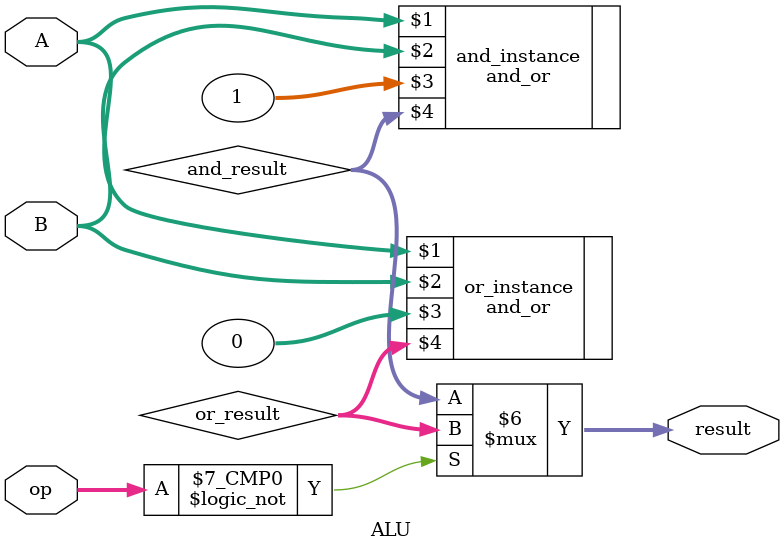
<source format=v>
module ALU(input wire [7:0] A, B, input wire [3:0] op, output reg[7:0] result);
	
	
	wire [7:0] and_result, or_result;
	
	and_or and_instance(A, B, 1, and_result);
	and_or or_instance(A, B, 0, or_result);
	
	always @(*) begin
		case(op)
			0	:	result = or_result;
			1	:	result = and_result;
			// ... 
			default: result = and_result;
		endcase
	end
	
endmodule

</source>
